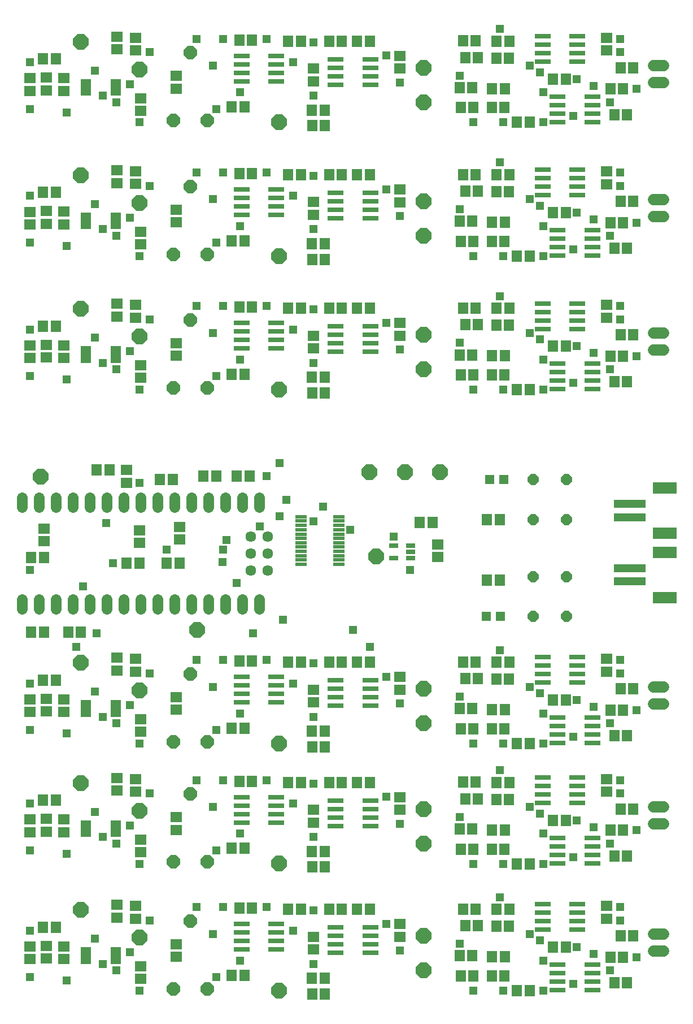
<source format=gts>
G75*
%MOIN*%
%OFA0B0*%
%FSLAX25Y25*%
%IPPOS*%
%LPD*%
%AMOC8*
5,1,8,0,0,1.08239X$1,22.5*
%
%ADD10R,0.05524X0.02965*%
%ADD11R,0.05918X0.06706*%
%ADD12R,0.06706X0.05918*%
%ADD13R,0.06400X0.02000*%
%ADD14R,0.18910X0.04737*%
%ADD15R,0.14186X0.07099*%
%ADD16C,0.06000*%
%ADD17C,0.06800*%
%ADD18R,0.09461X0.03162*%
%ADD19OC8,0.07000*%
%ADD20OC8,0.07800*%
%ADD21OC8,0.08500*%
%ADD22OC8,0.09300*%
%ADD23R,0.06600X0.02200*%
%ADD24OC8,0.05600*%
%ADD25OC8,0.06400*%
%ADD26R,0.05524X0.05524*%
%ADD27R,0.05918X0.07099*%
%ADD28C,0.05550*%
%ADD29C,0.06350*%
%ADD30C,0.05550*%
%ADD31C,0.06350*%
%ADD32R,0.04362X0.04362*%
%ADD33R,0.05162X0.05162*%
D10*
X0277169Y0392469D03*
X0277169Y0399950D03*
X0287406Y0399950D03*
X0287406Y0396209D03*
X0287406Y0392469D03*
D11*
X0292720Y0413572D03*
X0300201Y0413572D03*
X0318272Y0331328D03*
X0325752Y0331328D03*
X0327012Y0321485D03*
X0319531Y0321485D03*
X0316224Y0303769D03*
X0323705Y0303769D03*
X0335358Y0303178D03*
X0335201Y0291957D03*
X0342681Y0291957D03*
X0342839Y0303178D03*
X0350122Y0283296D03*
X0357602Y0283296D03*
X0345516Y0260265D03*
X0338035Y0260265D03*
X0337957Y0250422D03*
X0345437Y0250422D03*
X0342839Y0232312D03*
X0335358Y0232312D03*
X0335201Y0221091D03*
X0342681Y0221091D03*
X0350122Y0212430D03*
X0357602Y0212430D03*
X0345516Y0185461D03*
X0338035Y0185461D03*
X0337957Y0175619D03*
X0345437Y0175619D03*
X0342839Y0157509D03*
X0335358Y0157509D03*
X0335201Y0146288D03*
X0342681Y0146288D03*
X0350122Y0137627D03*
X0357602Y0137627D03*
X0371382Y0163217D03*
X0378862Y0163217D03*
X0405240Y0157312D03*
X0412720Y0157312D03*
X0411343Y0169910D03*
X0418823Y0169910D03*
X0415043Y0142154D03*
X0407563Y0142154D03*
X0407563Y0216957D03*
X0415043Y0216957D03*
X0412720Y0232115D03*
X0405240Y0232115D03*
X0411343Y0244713D03*
X0418823Y0244713D03*
X0415043Y0287824D03*
X0407563Y0287824D03*
X0405240Y0302981D03*
X0412720Y0302981D03*
X0411343Y0315580D03*
X0418823Y0315580D03*
X0378862Y0308887D03*
X0371382Y0308887D03*
X0345437Y0321288D03*
X0337957Y0321288D03*
X0338035Y0331131D03*
X0345516Y0331131D03*
X0324413Y0291957D03*
X0316933Y0291957D03*
X0318272Y0260461D03*
X0325752Y0260461D03*
X0327012Y0250619D03*
X0319531Y0250619D03*
X0316224Y0232902D03*
X0323705Y0232902D03*
X0324413Y0221091D03*
X0316933Y0221091D03*
X0318272Y0185658D03*
X0325752Y0185658D03*
X0327012Y0175816D03*
X0319531Y0175816D03*
X0316224Y0158099D03*
X0323705Y0158099D03*
X0324413Y0146288D03*
X0316933Y0146288D03*
X0263272Y0185461D03*
X0255791Y0185461D03*
X0246776Y0185461D03*
X0239295Y0185461D03*
X0222602Y0185461D03*
X0215122Y0185461D03*
X0229335Y0210461D03*
X0229020Y0219713D03*
X0236500Y0219713D03*
X0236815Y0210461D03*
X0239295Y0260265D03*
X0246776Y0260265D03*
X0255791Y0260265D03*
X0263272Y0260265D03*
X0236815Y0281328D03*
X0236500Y0290580D03*
X0229020Y0290580D03*
X0229335Y0281328D03*
X0222602Y0260265D03*
X0215122Y0260265D03*
X0193823Y0261052D03*
X0186343Y0261052D03*
X0189295Y0292351D03*
X0181815Y0292351D03*
X0186343Y0331918D03*
X0193823Y0331918D03*
X0215122Y0331131D03*
X0222602Y0331131D03*
X0239295Y0331131D03*
X0246776Y0331131D03*
X0255791Y0331131D03*
X0263272Y0331131D03*
X0192248Y0440776D03*
X0184768Y0440776D03*
X0172563Y0440776D03*
X0165083Y0440776D03*
X0146972Y0438808D03*
X0139492Y0438808D03*
X0109571Y0444713D03*
X0102091Y0444713D03*
X0070949Y0392942D03*
X0063469Y0392942D03*
X0063429Y0348847D03*
X0070909Y0348847D03*
X0085280Y0348847D03*
X0092760Y0348847D03*
X0077878Y0320698D03*
X0070398Y0320698D03*
X0070398Y0249831D03*
X0077878Y0249831D03*
X0077878Y0175028D03*
X0070398Y0175028D03*
X0181815Y0146682D03*
X0189295Y0146682D03*
X0186343Y0186249D03*
X0193823Y0186249D03*
X0189295Y0221485D03*
X0181815Y0221485D03*
X0229020Y0144910D03*
X0229335Y0135658D03*
X0236815Y0135658D03*
X0236500Y0144910D03*
X0371382Y0238020D03*
X0378862Y0238020D03*
X0357602Y0491957D03*
X0350122Y0491957D03*
X0342681Y0500619D03*
X0335201Y0500619D03*
X0324413Y0500619D03*
X0316933Y0500619D03*
X0316224Y0512430D03*
X0323705Y0512430D03*
X0335358Y0511839D03*
X0342839Y0511839D03*
X0345437Y0529950D03*
X0337957Y0529950D03*
X0338035Y0539792D03*
X0345516Y0539792D03*
X0325752Y0539989D03*
X0318272Y0539989D03*
X0319531Y0530146D03*
X0327012Y0530146D03*
X0350122Y0570698D03*
X0342681Y0579359D03*
X0342839Y0590580D03*
X0335358Y0590580D03*
X0335201Y0579359D03*
X0324413Y0579359D03*
X0323705Y0591170D03*
X0316224Y0591170D03*
X0316933Y0579359D03*
X0319531Y0608887D03*
X0327012Y0608887D03*
X0325752Y0618729D03*
X0318272Y0618729D03*
X0338035Y0618532D03*
X0345516Y0618532D03*
X0345437Y0608690D03*
X0337957Y0608690D03*
X0350122Y0649438D03*
X0342681Y0658099D03*
X0335201Y0658099D03*
X0324413Y0658099D03*
X0316933Y0658099D03*
X0316224Y0669910D03*
X0323705Y0669910D03*
X0335358Y0669320D03*
X0342839Y0669320D03*
X0345437Y0687430D03*
X0337957Y0687430D03*
X0338035Y0697272D03*
X0345516Y0697272D03*
X0325752Y0697469D03*
X0318272Y0697469D03*
X0319531Y0687627D03*
X0327012Y0687627D03*
X0357602Y0649438D03*
X0371382Y0675028D03*
X0378862Y0675028D03*
X0405240Y0669123D03*
X0412720Y0669123D03*
X0411343Y0681721D03*
X0418823Y0681721D03*
X0415043Y0653965D03*
X0407563Y0653965D03*
X0411343Y0602981D03*
X0418823Y0602981D03*
X0412720Y0590383D03*
X0405240Y0590383D03*
X0407563Y0575225D03*
X0415043Y0575225D03*
X0378862Y0596288D03*
X0371382Y0596288D03*
X0357602Y0570698D03*
X0371382Y0517548D03*
X0378862Y0517548D03*
X0405240Y0511643D03*
X0412720Y0511643D03*
X0411343Y0524241D03*
X0418823Y0524241D03*
X0415043Y0496485D03*
X0407563Y0496485D03*
X0263272Y0539792D03*
X0255791Y0539792D03*
X0246776Y0539792D03*
X0239295Y0539792D03*
X0222602Y0539792D03*
X0215122Y0539792D03*
X0193823Y0540580D03*
X0186343Y0540580D03*
X0189295Y0579753D03*
X0181815Y0579753D03*
X0186343Y0619320D03*
X0193823Y0619320D03*
X0215122Y0618532D03*
X0222602Y0618532D03*
X0239295Y0618532D03*
X0246776Y0618532D03*
X0255791Y0618532D03*
X0263272Y0618532D03*
X0236815Y0647469D03*
X0236500Y0656721D03*
X0229020Y0656721D03*
X0229335Y0647469D03*
X0222602Y0697272D03*
X0215122Y0697272D03*
X0193823Y0698060D03*
X0186343Y0698060D03*
X0189295Y0658493D03*
X0181815Y0658493D03*
X0239295Y0697272D03*
X0246776Y0697272D03*
X0255791Y0697272D03*
X0263272Y0697272D03*
X0236500Y0577981D03*
X0229020Y0577981D03*
X0229335Y0568729D03*
X0236815Y0568729D03*
X0236500Y0499241D03*
X0236815Y0489989D03*
X0229335Y0489989D03*
X0229020Y0499241D03*
X0189295Y0501013D03*
X0181815Y0501013D03*
X0150909Y0389595D03*
X0143429Y0389595D03*
X0127287Y0389595D03*
X0119807Y0389595D03*
X0077878Y0529359D03*
X0070398Y0529359D03*
X0070398Y0608099D03*
X0077878Y0608099D03*
X0077878Y0686839D03*
X0070398Y0686839D03*
D12*
X0072366Y0675894D03*
X0072366Y0668414D03*
X0062524Y0667981D03*
X0062524Y0675461D03*
X0082799Y0675540D03*
X0082799Y0668060D03*
X0114059Y0692469D03*
X0114059Y0699950D03*
X0125161Y0699320D03*
X0125161Y0691839D03*
X0127839Y0663729D03*
X0127839Y0656249D03*
X0149138Y0669320D03*
X0149138Y0676800D03*
X0114059Y0621209D03*
X0114059Y0613729D03*
X0125161Y0613099D03*
X0125161Y0620580D03*
X0127839Y0584989D03*
X0127839Y0577509D03*
X0149138Y0590580D03*
X0149138Y0598060D03*
X0125161Y0541839D03*
X0125161Y0534359D03*
X0114059Y0534989D03*
X0114059Y0542469D03*
X0127839Y0506249D03*
X0127839Y0498769D03*
X0149138Y0511839D03*
X0149138Y0519320D03*
X0119610Y0444517D03*
X0119610Y0437036D03*
X0127484Y0409083D03*
X0127484Y0401603D03*
X0151106Y0403572D03*
X0151106Y0411052D03*
X0125161Y0333178D03*
X0125161Y0325698D03*
X0114059Y0326328D03*
X0114059Y0333808D03*
X0127839Y0297587D03*
X0127839Y0290107D03*
X0149138Y0303178D03*
X0149138Y0310658D03*
X0125161Y0262312D03*
X0125161Y0254831D03*
X0114059Y0255461D03*
X0114059Y0262942D03*
X0127839Y0226721D03*
X0127839Y0219241D03*
X0149138Y0232312D03*
X0149138Y0239792D03*
X0125161Y0187509D03*
X0125161Y0180028D03*
X0114059Y0180658D03*
X0114059Y0188139D03*
X0127839Y0151918D03*
X0127839Y0144438D03*
X0149138Y0157509D03*
X0149138Y0164989D03*
X0082799Y0163729D03*
X0082799Y0156249D03*
X0072366Y0156603D03*
X0072366Y0164083D03*
X0062524Y0163650D03*
X0062524Y0156170D03*
X0062524Y0230973D03*
X0062524Y0238454D03*
X0072366Y0238887D03*
X0072366Y0231406D03*
X0082799Y0231052D03*
X0082799Y0238532D03*
X0082799Y0301918D03*
X0082799Y0309398D03*
X0072366Y0309753D03*
X0072366Y0302272D03*
X0062524Y0301839D03*
X0062524Y0309320D03*
X0070988Y0402548D03*
X0070988Y0410028D03*
X0062524Y0510501D03*
X0062524Y0517981D03*
X0072366Y0518414D03*
X0072366Y0510934D03*
X0082799Y0510580D03*
X0082799Y0518060D03*
X0082799Y0589320D03*
X0082799Y0596800D03*
X0072366Y0597154D03*
X0072366Y0589674D03*
X0062524Y0589241D03*
X0062524Y0596721D03*
X0229846Y0594989D03*
X0229846Y0602469D03*
X0229846Y0673729D03*
X0229846Y0681209D03*
X0281028Y0681170D03*
X0281028Y0688650D03*
X0281028Y0609910D03*
X0281028Y0602430D03*
X0281028Y0531170D03*
X0281028Y0523690D03*
X0229846Y0523729D03*
X0229846Y0516249D03*
X0303272Y0400619D03*
X0303272Y0393139D03*
X0281028Y0322509D03*
X0281028Y0315028D03*
X0281028Y0251643D03*
X0281028Y0244162D03*
X0281028Y0176839D03*
X0281028Y0169359D03*
X0229846Y0169398D03*
X0229846Y0161918D03*
X0229846Y0236721D03*
X0229846Y0244202D03*
X0229846Y0307587D03*
X0229846Y0315068D03*
X0403075Y0325658D03*
X0403075Y0333139D03*
X0403075Y0262272D03*
X0403075Y0254792D03*
X0403075Y0187469D03*
X0403075Y0179989D03*
X0403075Y0534320D03*
X0403075Y0541800D03*
X0403075Y0613060D03*
X0403075Y0620540D03*
X0403075Y0691800D03*
X0403075Y0699280D03*
D13*
X0113253Y0674007D03*
X0113253Y0672107D03*
X0113253Y0670107D03*
X0113253Y0668107D03*
X0113253Y0666207D03*
X0095653Y0666207D03*
X0095653Y0668107D03*
X0095653Y0670107D03*
X0095653Y0672107D03*
X0095653Y0674007D03*
X0095653Y0595267D03*
X0095653Y0593367D03*
X0095653Y0591367D03*
X0095653Y0589367D03*
X0095653Y0587467D03*
X0113253Y0587467D03*
X0113253Y0589367D03*
X0113253Y0591367D03*
X0113253Y0593367D03*
X0113253Y0595267D03*
X0113253Y0516527D03*
X0113253Y0514627D03*
X0113253Y0512627D03*
X0113253Y0510627D03*
X0113253Y0508727D03*
X0095653Y0508727D03*
X0095653Y0510627D03*
X0095653Y0512627D03*
X0095653Y0514627D03*
X0095653Y0516527D03*
X0095653Y0307865D03*
X0095653Y0305965D03*
X0095653Y0303965D03*
X0095653Y0301965D03*
X0095653Y0300065D03*
X0113253Y0300065D03*
X0113253Y0301965D03*
X0113253Y0303965D03*
X0113253Y0305965D03*
X0113253Y0307865D03*
X0113253Y0236999D03*
X0113253Y0235099D03*
X0113253Y0233099D03*
X0113253Y0231099D03*
X0113253Y0229199D03*
X0095653Y0229199D03*
X0095653Y0231099D03*
X0095653Y0233099D03*
X0095653Y0235099D03*
X0095653Y0236999D03*
X0095653Y0162196D03*
X0095653Y0160296D03*
X0095653Y0158296D03*
X0095653Y0156296D03*
X0095653Y0154396D03*
X0113253Y0154396D03*
X0113253Y0156296D03*
X0113253Y0158296D03*
X0113253Y0160296D03*
X0113253Y0162196D03*
D14*
X0416776Y0378769D03*
X0416776Y0386643D03*
X0416776Y0416761D03*
X0416776Y0424635D03*
D15*
X0437248Y0434083D03*
X0437248Y0407312D03*
X0437248Y0396091D03*
X0437248Y0369320D03*
D16*
X0436783Y0316682D02*
X0430783Y0316682D01*
X0430783Y0306682D02*
X0436783Y0306682D01*
X0436783Y0245816D02*
X0430783Y0245816D01*
X0430783Y0235816D02*
X0436783Y0235816D01*
X0436783Y0171013D02*
X0430783Y0171013D01*
X0430783Y0161013D02*
X0436783Y0161013D01*
X0436783Y0515343D02*
X0430783Y0515343D01*
X0430783Y0525343D02*
X0436783Y0525343D01*
X0436783Y0594083D02*
X0430783Y0594083D01*
X0430783Y0604083D02*
X0436783Y0604083D01*
X0436783Y0672824D02*
X0430783Y0672824D01*
X0430783Y0682824D02*
X0436783Y0682824D01*
D17*
X0430783Y0682824D01*
X0430783Y0672824D02*
X0436783Y0672824D01*
X0436783Y0604083D02*
X0430783Y0604083D01*
X0430783Y0594083D02*
X0436783Y0594083D01*
X0436783Y0525343D02*
X0430783Y0525343D01*
X0430783Y0515343D02*
X0436783Y0515343D01*
X0436783Y0316682D02*
X0430783Y0316682D01*
X0430783Y0306682D02*
X0436783Y0306682D01*
X0436783Y0245816D02*
X0430783Y0245816D01*
X0430783Y0235816D02*
X0436783Y0235816D01*
X0436783Y0171013D02*
X0430783Y0171013D01*
X0430783Y0161013D02*
X0436783Y0161013D01*
D18*
X0394610Y0152804D03*
X0394610Y0147804D03*
X0394610Y0142804D03*
X0394610Y0137804D03*
X0374138Y0137804D03*
X0374138Y0142804D03*
X0374138Y0147804D03*
X0374138Y0152804D03*
X0365280Y0173434D03*
X0365280Y0178434D03*
X0365280Y0183434D03*
X0365280Y0188434D03*
X0374138Y0212607D03*
X0374138Y0217607D03*
X0374138Y0222607D03*
X0374138Y0227607D03*
X0365280Y0248237D03*
X0365280Y0253237D03*
X0365280Y0258237D03*
X0365280Y0263237D03*
X0374138Y0283473D03*
X0374138Y0288473D03*
X0374138Y0293473D03*
X0374138Y0298473D03*
X0365280Y0319103D03*
X0365280Y0324103D03*
X0365280Y0329103D03*
X0365280Y0334103D03*
X0385752Y0334103D03*
X0385752Y0329103D03*
X0385752Y0324103D03*
X0385752Y0319103D03*
X0394610Y0298473D03*
X0394610Y0293473D03*
X0394610Y0288473D03*
X0394610Y0283473D03*
X0385752Y0263237D03*
X0385752Y0258237D03*
X0385752Y0253237D03*
X0385752Y0248237D03*
X0394610Y0227607D03*
X0394610Y0222607D03*
X0394610Y0217607D03*
X0394610Y0212607D03*
X0385752Y0188434D03*
X0385752Y0183434D03*
X0385752Y0178434D03*
X0385752Y0173434D03*
X0263508Y0174851D03*
X0263508Y0169851D03*
X0263508Y0164851D03*
X0263508Y0159851D03*
X0243035Y0159851D03*
X0243035Y0164851D03*
X0243035Y0169851D03*
X0243035Y0174851D03*
X0207996Y0176820D03*
X0207996Y0171820D03*
X0207996Y0166820D03*
X0207996Y0161820D03*
X0187524Y0161820D03*
X0187524Y0166820D03*
X0187524Y0171820D03*
X0187524Y0176820D03*
X0187524Y0236623D03*
X0187524Y0241623D03*
X0187524Y0246623D03*
X0187524Y0251623D03*
X0207996Y0251623D03*
X0207996Y0246623D03*
X0207996Y0241623D03*
X0207996Y0236623D03*
X0243035Y0234654D03*
X0243035Y0239654D03*
X0243035Y0244654D03*
X0243035Y0249654D03*
X0263508Y0249654D03*
X0263508Y0244654D03*
X0263508Y0239654D03*
X0263508Y0234654D03*
X0263508Y0305520D03*
X0263508Y0310520D03*
X0263508Y0315520D03*
X0263508Y0320520D03*
X0243035Y0320520D03*
X0243035Y0315520D03*
X0243035Y0310520D03*
X0243035Y0305520D03*
X0207996Y0307489D03*
X0207996Y0312489D03*
X0207996Y0317489D03*
X0207996Y0322489D03*
X0187524Y0322489D03*
X0187524Y0317489D03*
X0187524Y0312489D03*
X0187524Y0307489D03*
X0187524Y0516150D03*
X0187524Y0521150D03*
X0187524Y0526150D03*
X0187524Y0531150D03*
X0207996Y0531150D03*
X0207996Y0526150D03*
X0207996Y0521150D03*
X0207996Y0516150D03*
X0243035Y0514182D03*
X0243035Y0519182D03*
X0243035Y0524182D03*
X0243035Y0529182D03*
X0263508Y0529182D03*
X0263508Y0524182D03*
X0263508Y0519182D03*
X0263508Y0514182D03*
X0263508Y0592922D03*
X0263508Y0597922D03*
X0263508Y0602922D03*
X0263508Y0607922D03*
X0243035Y0607922D03*
X0243035Y0602922D03*
X0243035Y0597922D03*
X0243035Y0592922D03*
X0207996Y0594891D03*
X0207996Y0599891D03*
X0207996Y0604891D03*
X0207996Y0609891D03*
X0187524Y0609891D03*
X0187524Y0604891D03*
X0187524Y0599891D03*
X0187524Y0594891D03*
X0187524Y0673631D03*
X0187524Y0678631D03*
X0187524Y0683631D03*
X0187524Y0688631D03*
X0207996Y0688631D03*
X0207996Y0683631D03*
X0207996Y0678631D03*
X0207996Y0673631D03*
X0243035Y0671662D03*
X0243035Y0676662D03*
X0243035Y0681662D03*
X0243035Y0686662D03*
X0263508Y0686662D03*
X0263508Y0681662D03*
X0263508Y0676662D03*
X0263508Y0671662D03*
X0365280Y0685245D03*
X0365280Y0690245D03*
X0365280Y0695245D03*
X0365280Y0700245D03*
X0385752Y0700245D03*
X0385752Y0695245D03*
X0385752Y0690245D03*
X0385752Y0685245D03*
X0394610Y0664615D03*
X0394610Y0659615D03*
X0394610Y0654615D03*
X0394610Y0649615D03*
X0385752Y0621505D03*
X0385752Y0616505D03*
X0385752Y0611505D03*
X0385752Y0606505D03*
X0394610Y0585875D03*
X0394610Y0580875D03*
X0394610Y0575875D03*
X0394610Y0570875D03*
X0374138Y0570875D03*
X0374138Y0575875D03*
X0374138Y0580875D03*
X0374138Y0585875D03*
X0365280Y0606505D03*
X0365280Y0611505D03*
X0365280Y0616505D03*
X0365280Y0621505D03*
X0374138Y0649615D03*
X0374138Y0654615D03*
X0374138Y0659615D03*
X0374138Y0664615D03*
X0365280Y0542765D03*
X0365280Y0537765D03*
X0365280Y0532765D03*
X0365280Y0527765D03*
X0374138Y0507135D03*
X0374138Y0502135D03*
X0374138Y0497135D03*
X0374138Y0492135D03*
X0394610Y0492135D03*
X0394610Y0497135D03*
X0394610Y0502135D03*
X0394610Y0507135D03*
X0385752Y0527765D03*
X0385752Y0532765D03*
X0385752Y0537765D03*
X0385752Y0542765D03*
D19*
X0167287Y0571761D03*
X0147287Y0571761D03*
X0157287Y0533020D03*
X0147287Y0493020D03*
X0167287Y0493020D03*
X0157287Y0611761D03*
X0147287Y0650501D03*
X0167287Y0650501D03*
X0157287Y0690501D03*
X0157287Y0324359D03*
X0147287Y0284359D03*
X0167287Y0284359D03*
X0157287Y0253493D03*
X0147287Y0213493D03*
X0167287Y0213493D03*
X0157287Y0178690D03*
X0147287Y0138690D03*
X0167287Y0138690D03*
D20*
X0167287Y0138690D03*
X0147287Y0138690D03*
X0157287Y0178690D03*
X0147287Y0213493D03*
X0167287Y0213493D03*
X0157287Y0253493D03*
X0147287Y0284359D03*
X0167287Y0284359D03*
X0157287Y0324359D03*
X0147287Y0493020D03*
X0167287Y0493020D03*
X0157287Y0533020D03*
X0147287Y0571761D03*
X0167287Y0571761D03*
X0157287Y0611761D03*
X0147287Y0650501D03*
X0167287Y0650501D03*
X0157287Y0690501D03*
D21*
X0127366Y0680658D03*
X0092760Y0697036D03*
X0092760Y0618296D03*
X0127366Y0601918D03*
X0092760Y0539556D03*
X0127366Y0523178D03*
X0068862Y0440501D03*
X0092760Y0330894D03*
X0127366Y0314517D03*
X0161382Y0350265D03*
X0209807Y0283335D03*
X0209807Y0212469D03*
X0209807Y0137666D03*
X0127366Y0168847D03*
X0092760Y0185225D03*
X0127366Y0243650D03*
X0092760Y0260028D03*
X0209807Y0491997D03*
X0262917Y0443099D03*
X0284138Y0443099D03*
X0304689Y0443099D03*
X0266972Y0393572D03*
X0295004Y0315619D03*
X0295161Y0295146D03*
X0295004Y0244753D03*
X0295161Y0224280D03*
X0295004Y0169950D03*
X0295161Y0149477D03*
X0295161Y0503808D03*
X0295004Y0524280D03*
X0295161Y0582548D03*
X0295004Y0603020D03*
X0295161Y0661288D03*
X0295004Y0681761D03*
X0209807Y0649477D03*
X0209807Y0570737D03*
D22*
X0209807Y0570737D03*
X0209807Y0649477D03*
X0127366Y0680658D03*
X0092760Y0697036D03*
X0092760Y0618296D03*
X0127366Y0601918D03*
X0092760Y0539556D03*
X0127366Y0523178D03*
X0068862Y0440501D03*
X0092760Y0330894D03*
X0127366Y0314517D03*
X0161382Y0350265D03*
X0209807Y0283335D03*
X0209807Y0212469D03*
X0209807Y0137666D03*
X0127366Y0168847D03*
X0092760Y0185225D03*
X0127366Y0243650D03*
X0092760Y0260028D03*
X0209807Y0491997D03*
X0262917Y0443099D03*
X0284138Y0443099D03*
X0304689Y0443099D03*
X0266972Y0393572D03*
X0295004Y0315619D03*
X0295161Y0295146D03*
X0295004Y0244753D03*
X0295161Y0224280D03*
X0295004Y0169950D03*
X0295161Y0149477D03*
X0295161Y0503808D03*
X0295004Y0524280D03*
X0295161Y0582548D03*
X0295004Y0603020D03*
X0295161Y0661288D03*
X0295004Y0681761D03*
D23*
X0244883Y0417042D03*
X0244883Y0414442D03*
X0244883Y0411942D03*
X0244883Y0409342D03*
X0244883Y0406742D03*
X0244883Y0404242D03*
X0244883Y0401642D03*
X0244883Y0399142D03*
X0244883Y0396542D03*
X0244883Y0393942D03*
X0244883Y0391442D03*
X0244883Y0388842D03*
X0222683Y0388842D03*
X0222683Y0391442D03*
X0222683Y0393942D03*
X0222683Y0396542D03*
X0222683Y0399142D03*
X0222683Y0401642D03*
X0222683Y0404242D03*
X0222683Y0406742D03*
X0222683Y0409342D03*
X0222683Y0411942D03*
X0222683Y0414442D03*
X0222683Y0417042D03*
D24*
X0359810Y0415197D03*
X0359810Y0438797D03*
X0379410Y0438797D03*
X0379410Y0415197D03*
X0379410Y0381710D03*
X0379410Y0358110D03*
X0359810Y0358110D03*
X0359810Y0381710D03*
D25*
X0359810Y0381710D03*
X0359810Y0358110D03*
X0379410Y0358110D03*
X0379410Y0381710D03*
X0379410Y0415197D03*
X0379410Y0438797D03*
X0359810Y0438797D03*
X0359810Y0415197D03*
D26*
X0342248Y0438808D03*
X0333980Y0438808D03*
X0332012Y0358099D03*
X0340280Y0358099D03*
D27*
X0339886Y0379753D03*
X0332406Y0379753D03*
X0332406Y0415186D03*
X0339886Y0415186D03*
D28*
X0197917Y0422569D02*
X0197917Y0428118D01*
X0187917Y0428118D02*
X0187917Y0422569D01*
X0177917Y0422569D02*
X0177917Y0428118D01*
X0167917Y0428118D02*
X0167917Y0422569D01*
X0157917Y0422569D02*
X0157917Y0428118D01*
X0147917Y0428118D02*
X0147917Y0422569D01*
X0137917Y0422569D02*
X0137917Y0428118D01*
X0127917Y0428118D02*
X0127917Y0422569D01*
X0117917Y0422569D02*
X0117917Y0428118D01*
X0107917Y0428118D02*
X0107917Y0422569D01*
X0097917Y0422569D02*
X0097917Y0428118D01*
X0087917Y0428118D02*
X0087917Y0422569D01*
X0077917Y0422569D02*
X0077917Y0428118D01*
X0067917Y0428118D02*
X0067917Y0422569D01*
X0057917Y0422569D02*
X0057917Y0428118D01*
X0057917Y0368118D02*
X0057917Y0362569D01*
X0067917Y0362569D02*
X0067917Y0368118D01*
X0077917Y0368118D02*
X0077917Y0362569D01*
X0087917Y0362569D02*
X0087917Y0368118D01*
X0097917Y0368118D02*
X0097917Y0362569D01*
X0107917Y0362569D02*
X0107917Y0368118D01*
X0117917Y0368118D02*
X0117917Y0362569D01*
X0127917Y0362569D02*
X0127917Y0368118D01*
X0137917Y0368118D02*
X0137917Y0362569D01*
X0147917Y0362569D02*
X0147917Y0368118D01*
X0157917Y0368118D02*
X0157917Y0362569D01*
X0167917Y0362569D02*
X0167917Y0368118D01*
X0177917Y0368118D02*
X0177917Y0362569D01*
X0187917Y0362569D02*
X0187917Y0368118D01*
X0197917Y0368118D02*
X0197917Y0362569D01*
D29*
X0197917Y0368118D01*
X0187917Y0368118D02*
X0187917Y0362569D01*
X0177917Y0362569D02*
X0177917Y0368118D01*
X0167917Y0368118D02*
X0167917Y0362569D01*
X0157917Y0362569D02*
X0157917Y0368118D01*
X0147917Y0368118D02*
X0147917Y0362569D01*
X0137917Y0362569D02*
X0137917Y0368118D01*
X0127917Y0368118D02*
X0127917Y0362569D01*
X0117917Y0362569D02*
X0117917Y0368118D01*
X0107917Y0368118D02*
X0107917Y0362569D01*
X0097917Y0362569D02*
X0097917Y0368118D01*
X0087917Y0368118D02*
X0087917Y0362569D01*
X0077917Y0362569D02*
X0077917Y0368118D01*
X0067917Y0368118D02*
X0067917Y0362569D01*
X0057917Y0362569D02*
X0057917Y0368118D01*
X0057917Y0422569D02*
X0057917Y0428118D01*
X0067917Y0428118D02*
X0067917Y0422569D01*
X0077917Y0422569D02*
X0077917Y0428118D01*
X0087917Y0428118D02*
X0087917Y0422569D01*
X0097917Y0422569D02*
X0097917Y0428118D01*
X0107917Y0428118D02*
X0107917Y0422569D01*
X0117917Y0422569D02*
X0117917Y0428118D01*
X0127917Y0428118D02*
X0127917Y0422569D01*
X0137917Y0422569D02*
X0137917Y0428118D01*
X0147917Y0428118D02*
X0147917Y0422569D01*
X0157917Y0422569D02*
X0157917Y0428118D01*
X0167917Y0428118D02*
X0167917Y0422569D01*
X0177917Y0422569D02*
X0177917Y0428118D01*
X0187917Y0428118D02*
X0187917Y0422569D01*
X0197917Y0422569D02*
X0197917Y0428118D01*
D30*
X0192917Y0405343D03*
X0192917Y0395343D03*
X0192917Y0385343D03*
X0202917Y0385343D03*
X0202917Y0395343D03*
X0202917Y0405343D03*
D31*
X0202917Y0405343D03*
X0202917Y0395343D03*
X0202917Y0385343D03*
X0192917Y0385343D03*
X0192917Y0395343D03*
X0192917Y0405343D03*
D32*
X0198350Y0411249D03*
X0210161Y0417154D03*
X0214098Y0426997D03*
X0202287Y0440776D03*
X0210161Y0448650D03*
X0229846Y0414202D03*
X0235752Y0423060D03*
X0251500Y0409280D03*
X0277169Y0405422D03*
X0286933Y0385658D03*
X0263311Y0340383D03*
X0253469Y0350225D03*
X0273154Y0322666D03*
X0281028Y0306918D03*
X0316461Y0310855D03*
X0324335Y0283296D03*
X0342051Y0283296D03*
X0340083Y0267548D03*
X0357799Y0245894D03*
X0363705Y0241957D03*
X0365673Y0230146D03*
X0365673Y0212430D03*
X0383390Y0216367D03*
X0395201Y0234083D03*
X0385358Y0238020D03*
X0405043Y0224241D03*
X0420791Y0232115D03*
X0410949Y0253769D03*
X0410949Y0261643D03*
X0405043Y0295107D03*
X0395201Y0304950D03*
X0385358Y0308887D03*
X0383390Y0287233D03*
X0365673Y0283296D03*
X0365673Y0301013D03*
X0363705Y0312824D03*
X0357799Y0316761D03*
X0340083Y0338414D03*
X0316461Y0239989D03*
X0324335Y0212430D03*
X0342051Y0212430D03*
X0340083Y0192745D03*
X0357799Y0171091D03*
X0363705Y0167154D03*
X0365673Y0155343D03*
X0365673Y0137627D03*
X0383390Y0141564D03*
X0395201Y0159280D03*
X0385358Y0163217D03*
X0405043Y0149438D03*
X0420791Y0157312D03*
X0410949Y0178965D03*
X0410949Y0186839D03*
X0342051Y0137627D03*
X0324335Y0137627D03*
X0316461Y0165186D03*
X0281028Y0161249D03*
X0273154Y0176997D03*
X0281028Y0236052D03*
X0273154Y0251800D03*
X0229846Y0259674D03*
X0218035Y0247863D03*
X0202287Y0261643D03*
X0186539Y0230146D03*
X0172760Y0220304D03*
X0170791Y0245894D03*
X0176697Y0261643D03*
X0160949Y0261643D03*
X0172760Y0291170D03*
X0186539Y0301013D03*
X0170791Y0316761D03*
X0176697Y0332509D03*
X0194413Y0348257D03*
X0202287Y0332509D03*
X0218035Y0318729D03*
X0229846Y0330540D03*
X0212130Y0356131D03*
X0184571Y0377784D03*
X0176303Y0390383D03*
X0176697Y0397469D03*
X0178665Y0403375D03*
X0143232Y0397469D03*
X0127484Y0436839D03*
X0107799Y0413217D03*
X0111736Y0389595D03*
X0094020Y0375816D03*
X0101894Y0348257D03*
X0090083Y0340383D03*
X0100909Y0313808D03*
X0105831Y0299044D03*
X0113705Y0295107D03*
X0121579Y0305934D03*
X0133390Y0324635D03*
X0160949Y0332509D03*
X0127484Y0283296D03*
X0133390Y0253769D03*
X0121579Y0235068D03*
X0113705Y0224241D03*
X0105831Y0228178D03*
X0100909Y0242942D03*
X0084177Y0218335D03*
X0062524Y0220304D03*
X0062524Y0247863D03*
X0062524Y0291170D03*
X0062524Y0318729D03*
X0084177Y0289202D03*
X0127484Y0212430D03*
X0133390Y0178965D03*
X0121579Y0160265D03*
X0113705Y0149438D03*
X0105831Y0153375D03*
X0100909Y0168139D03*
X0084177Y0143532D03*
X0062524Y0145501D03*
X0062524Y0173060D03*
X0127484Y0137627D03*
X0160949Y0186839D03*
X0170791Y0171091D03*
X0176697Y0186839D03*
X0186539Y0155343D03*
X0172760Y0145501D03*
X0202287Y0186839D03*
X0218035Y0173060D03*
X0229846Y0184871D03*
X0229846Y0153375D03*
X0229846Y0228178D03*
X0229846Y0299044D03*
X0324335Y0491957D03*
X0342051Y0491957D03*
X0365673Y0491957D03*
X0365673Y0509674D03*
X0363705Y0521485D03*
X0357799Y0525422D03*
X0340083Y0547076D03*
X0342051Y0570698D03*
X0324335Y0570698D03*
X0316461Y0598257D03*
X0340083Y0625816D03*
X0342051Y0649438D03*
X0324335Y0649438D03*
X0316461Y0676997D03*
X0340083Y0704556D03*
X0357799Y0682902D03*
X0363705Y0678965D03*
X0365673Y0667154D03*
X0365673Y0649438D03*
X0383390Y0653375D03*
X0395201Y0671091D03*
X0385358Y0675028D03*
X0405043Y0661249D03*
X0420791Y0669123D03*
X0410949Y0690776D03*
X0410949Y0698650D03*
X0410949Y0619910D03*
X0410949Y0612036D03*
X0420791Y0590383D03*
X0405043Y0582509D03*
X0395201Y0592351D03*
X0385358Y0596288D03*
X0383390Y0574635D03*
X0365673Y0570698D03*
X0365673Y0588414D03*
X0363705Y0600225D03*
X0357799Y0604162D03*
X0410949Y0541170D03*
X0410949Y0533296D03*
X0420791Y0511643D03*
X0405043Y0503769D03*
X0395201Y0513611D03*
X0385358Y0517548D03*
X0383390Y0495894D03*
X0316461Y0519517D03*
X0281028Y0515580D03*
X0273154Y0531328D03*
X0229846Y0539202D03*
X0218035Y0527391D03*
X0202287Y0541170D03*
X0176697Y0541170D03*
X0170791Y0525422D03*
X0160949Y0541170D03*
X0133390Y0533296D03*
X0121579Y0514595D03*
X0113705Y0503769D03*
X0105831Y0507706D03*
X0100909Y0522469D03*
X0084177Y0497863D03*
X0062524Y0499831D03*
X0062524Y0527391D03*
X0084177Y0576603D03*
X0105831Y0586446D03*
X0113705Y0582509D03*
X0121579Y0593335D03*
X0133390Y0612036D03*
X0160949Y0619910D03*
X0170791Y0604162D03*
X0176697Y0619910D03*
X0186539Y0588414D03*
X0172760Y0578572D03*
X0202287Y0619910D03*
X0218035Y0606131D03*
X0229846Y0617942D03*
X0229846Y0586446D03*
X0273154Y0610068D03*
X0281028Y0594320D03*
X0281028Y0673060D03*
X0273154Y0688808D03*
X0229846Y0696682D03*
X0218035Y0684871D03*
X0202287Y0698650D03*
X0186539Y0667154D03*
X0172760Y0657312D03*
X0170791Y0682902D03*
X0176697Y0698650D03*
X0160949Y0698650D03*
X0133390Y0690776D03*
X0121579Y0672076D03*
X0113705Y0661249D03*
X0105831Y0665186D03*
X0100909Y0679950D03*
X0084177Y0655343D03*
X0062524Y0657312D03*
X0062524Y0684871D03*
X0062524Y0606131D03*
X0062524Y0578572D03*
X0100909Y0601209D03*
X0127484Y0570698D03*
X0127484Y0649438D03*
X0186539Y0509674D03*
X0172760Y0499831D03*
X0127484Y0491957D03*
X0062524Y0385658D03*
X0229846Y0507706D03*
X0229846Y0665186D03*
X0410949Y0332509D03*
X0410949Y0324635D03*
X0420791Y0302981D03*
D33*
X0062524Y0145501D03*
X0062524Y0173060D03*
X0084177Y0143532D03*
X0100909Y0168139D03*
X0105831Y0153375D03*
X0113705Y0149438D03*
X0121579Y0160265D03*
X0133390Y0178965D03*
X0127484Y0212430D03*
X0113705Y0224241D03*
X0121579Y0235068D03*
X0105831Y0228178D03*
X0100909Y0242942D03*
X0084177Y0218335D03*
X0062524Y0220304D03*
X0062524Y0247863D03*
X0062524Y0291170D03*
X0062524Y0318729D03*
X0084177Y0289202D03*
X0100909Y0313808D03*
X0105831Y0299044D03*
X0113705Y0295107D03*
X0121579Y0305934D03*
X0133390Y0324635D03*
X0160949Y0332509D03*
X0170791Y0316761D03*
X0176697Y0332509D03*
X0194413Y0348257D03*
X0202287Y0332509D03*
X0218035Y0318729D03*
X0229846Y0330540D03*
X0212130Y0356131D03*
X0184571Y0377784D03*
X0176303Y0390383D03*
X0176697Y0397469D03*
X0178665Y0403375D03*
X0198350Y0411249D03*
X0210161Y0417154D03*
X0214098Y0426997D03*
X0202287Y0440776D03*
X0210161Y0448650D03*
X0229846Y0414202D03*
X0235752Y0423060D03*
X0251500Y0409280D03*
X0277169Y0405422D03*
X0286933Y0385658D03*
X0263311Y0340383D03*
X0253469Y0350225D03*
X0273154Y0322666D03*
X0281028Y0306918D03*
X0316461Y0310855D03*
X0324335Y0283296D03*
X0342051Y0283296D03*
X0340083Y0267548D03*
X0357799Y0245894D03*
X0363705Y0241957D03*
X0365673Y0230146D03*
X0365673Y0212430D03*
X0383390Y0216367D03*
X0395201Y0234083D03*
X0385358Y0238020D03*
X0405043Y0224241D03*
X0420791Y0232115D03*
X0410949Y0253769D03*
X0410949Y0261643D03*
X0405043Y0295107D03*
X0395201Y0304950D03*
X0385358Y0308887D03*
X0383390Y0287233D03*
X0365673Y0283296D03*
X0365673Y0301013D03*
X0363705Y0312824D03*
X0357799Y0316761D03*
X0340083Y0338414D03*
X0316461Y0239989D03*
X0324335Y0212430D03*
X0342051Y0212430D03*
X0340083Y0192745D03*
X0357799Y0171091D03*
X0363705Y0167154D03*
X0365673Y0155343D03*
X0365673Y0137627D03*
X0383390Y0141564D03*
X0395201Y0159280D03*
X0385358Y0163217D03*
X0405043Y0149438D03*
X0420791Y0157312D03*
X0410949Y0178965D03*
X0410949Y0186839D03*
X0342051Y0137627D03*
X0324335Y0137627D03*
X0316461Y0165186D03*
X0281028Y0161249D03*
X0273154Y0176997D03*
X0281028Y0236052D03*
X0273154Y0251800D03*
X0229846Y0259674D03*
X0218035Y0247863D03*
X0202287Y0261643D03*
X0186539Y0230146D03*
X0172760Y0220304D03*
X0170791Y0245894D03*
X0176697Y0261643D03*
X0160949Y0261643D03*
X0172760Y0291170D03*
X0186539Y0301013D03*
X0229846Y0299044D03*
X0229846Y0228178D03*
X0202287Y0186839D03*
X0218035Y0173060D03*
X0229846Y0184871D03*
X0229846Y0153375D03*
X0186539Y0155343D03*
X0172760Y0145501D03*
X0170791Y0171091D03*
X0176697Y0186839D03*
X0160949Y0186839D03*
X0127484Y0137627D03*
X0133390Y0253769D03*
X0127484Y0283296D03*
X0090083Y0340383D03*
X0101894Y0348257D03*
X0094020Y0375816D03*
X0111736Y0389595D03*
X0107799Y0413217D03*
X0127484Y0436839D03*
X0143232Y0397469D03*
X0127484Y0491957D03*
X0113705Y0503769D03*
X0121579Y0514595D03*
X0105831Y0507706D03*
X0100909Y0522469D03*
X0084177Y0497863D03*
X0062524Y0499831D03*
X0062524Y0527391D03*
X0084177Y0576603D03*
X0105831Y0586446D03*
X0113705Y0582509D03*
X0121579Y0593335D03*
X0133390Y0612036D03*
X0160949Y0619910D03*
X0170791Y0604162D03*
X0176697Y0619910D03*
X0186539Y0588414D03*
X0172760Y0578572D03*
X0176697Y0541170D03*
X0170791Y0525422D03*
X0160949Y0541170D03*
X0133390Y0533296D03*
X0127484Y0570698D03*
X0100909Y0601209D03*
X0127484Y0649438D03*
X0113705Y0661249D03*
X0121579Y0672076D03*
X0105831Y0665186D03*
X0100909Y0679950D03*
X0084177Y0655343D03*
X0062524Y0657312D03*
X0062524Y0684871D03*
X0062524Y0606131D03*
X0062524Y0578572D03*
X0133390Y0690776D03*
X0160949Y0698650D03*
X0170791Y0682902D03*
X0176697Y0698650D03*
X0186539Y0667154D03*
X0172760Y0657312D03*
X0202287Y0619910D03*
X0218035Y0606131D03*
X0229846Y0617942D03*
X0229846Y0586446D03*
X0202287Y0541170D03*
X0218035Y0527391D03*
X0229846Y0539202D03*
X0229846Y0507706D03*
X0186539Y0509674D03*
X0172760Y0499831D03*
X0273154Y0531328D03*
X0281028Y0515580D03*
X0316461Y0519517D03*
X0324335Y0491957D03*
X0342051Y0491957D03*
X0365673Y0491957D03*
X0365673Y0509674D03*
X0363705Y0521485D03*
X0357799Y0525422D03*
X0340083Y0547076D03*
X0342051Y0570698D03*
X0324335Y0570698D03*
X0316461Y0598257D03*
X0340083Y0625816D03*
X0342051Y0649438D03*
X0324335Y0649438D03*
X0316461Y0676997D03*
X0340083Y0704556D03*
X0357799Y0682902D03*
X0363705Y0678965D03*
X0365673Y0667154D03*
X0365673Y0649438D03*
X0383390Y0653375D03*
X0395201Y0671091D03*
X0385358Y0675028D03*
X0405043Y0661249D03*
X0420791Y0669123D03*
X0410949Y0690776D03*
X0410949Y0698650D03*
X0410949Y0619910D03*
X0410949Y0612036D03*
X0420791Y0590383D03*
X0405043Y0582509D03*
X0395201Y0592351D03*
X0385358Y0596288D03*
X0383390Y0574635D03*
X0365673Y0570698D03*
X0365673Y0588414D03*
X0363705Y0600225D03*
X0357799Y0604162D03*
X0410949Y0541170D03*
X0410949Y0533296D03*
X0420791Y0511643D03*
X0405043Y0503769D03*
X0395201Y0513611D03*
X0385358Y0517548D03*
X0383390Y0495894D03*
X0281028Y0594320D03*
X0273154Y0610068D03*
X0281028Y0673060D03*
X0273154Y0688808D03*
X0229846Y0696682D03*
X0218035Y0684871D03*
X0202287Y0698650D03*
X0229846Y0665186D03*
X0062524Y0385658D03*
X0410949Y0332509D03*
X0410949Y0324635D03*
X0420791Y0302981D03*
M02*

</source>
